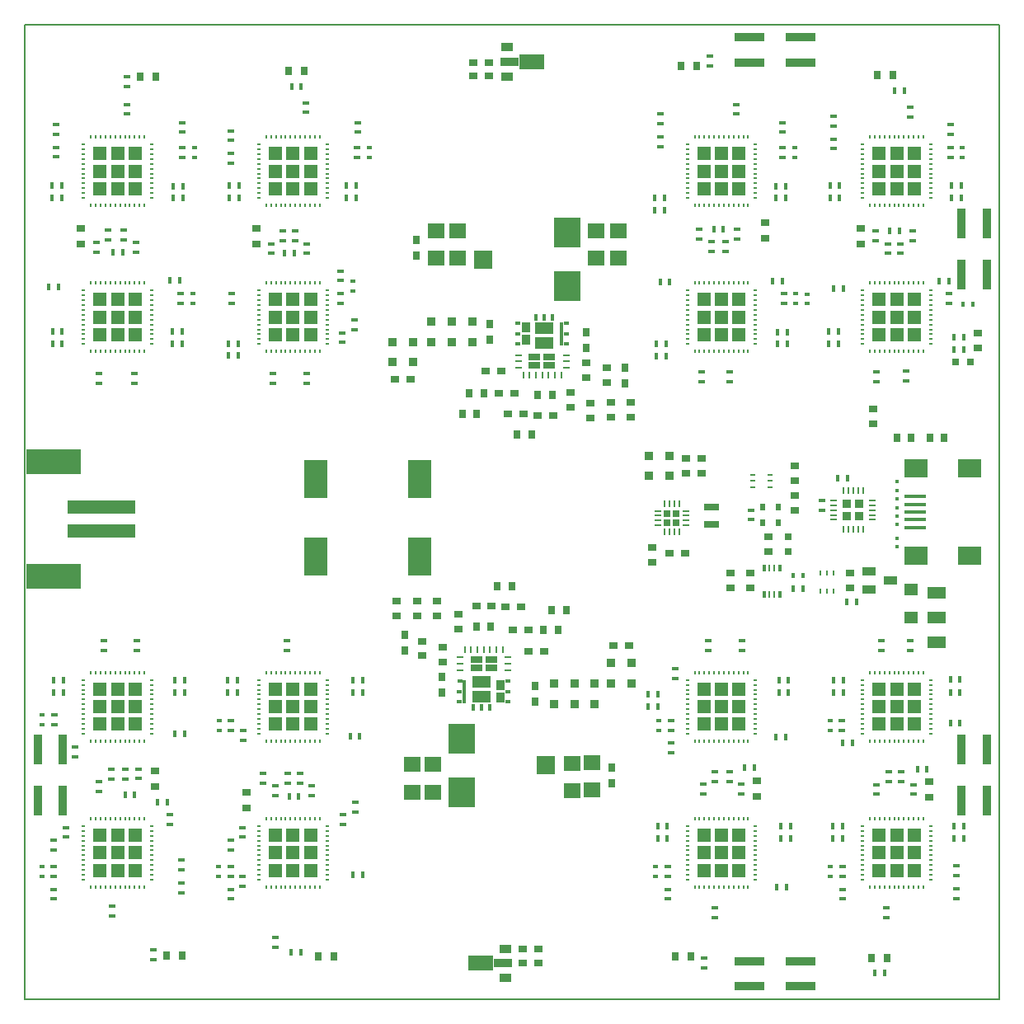
<source format=gtp>
G04 (created by PCBNEW (2013-05-16 BZR 4016)-stable) date 5. 1. 2014 18:11:25*
%MOIN*%
G04 Gerber Fmt 3.4, Leading zero omitted, Abs format*
%FSLAX34Y34*%
G01*
G70*
G90*
G04 APERTURE LIST*
%ADD10C,0.00590551*%
%ADD11R,0.218504X0.102362*%
%ADD12R,0.273622X0.0531496*%
%ADD13R,0.023622X0.0314961*%
%ADD14R,0.0688315X0.0609315*%
%ADD15R,0.0865315X0.0176315*%
%ADD16R,0.0964315X0.0767315*%
%ADD17R,0.0240157X0.00984252*%
%ADD18R,0.0767717X0.0480315*%
%ADD19R,0.0216315X0.0137315*%
%ADD20R,0.124016X0.0374016*%
%ADD21R,0.0374016X0.124016*%
%ADD22R,0.0176315X0.0098315*%
%ADD23R,0.0098315X0.0176315*%
%ADD24R,0.0570866X0.0570866*%
%ADD25R,0.0098315X0.0275315*%
%ADD26R,0.0275315X0.0098315*%
%ADD27R,0.0255906X0.0255906*%
%ADD28R,0.0098315X0.0255315*%
%ADD29R,0.0255315X0.0098315*%
%ADD30R,0.0216535X0.0149606*%
%ADD31R,0.0149606X0.0255906*%
%ADD32R,0.0452756X0.0255906*%
%ADD33R,0.075748X0.0468504*%
%ADD34R,0.0334646X0.0433071*%
%ADD35R,0.0129921X0.096063*%
%ADD36R,0.00984252X0.0240157*%
%ADD37R,0.0177165X0.0177165*%
%ADD38R,0.0492126X0.0334646*%
%ADD39R,0.0728346X0.0334646*%
%ADD40R,0.104331X0.0649606*%
%ADD41R,0.0137795X0.0275591*%
%ADD42R,0.00984252X0.0275591*%
%ADD43R,0.0531496X0.0374016*%
%ADD44R,0.0295276X0.0295276*%
%ADD45R,0.0531496X0.0492126*%
%ADD46R,0.0728346X0.0767717*%
%ADD47R,0.108268X0.120079*%
%ADD48R,0.0610236X0.0295276*%
%ADD49R,0.0295276X0.0374016*%
%ADD50R,0.0374016X0.0295276*%
%ADD51R,0.0964567X0.155512*%
%ADD52R,0.0295276X0.0334646*%
%ADD53R,0.0334646X0.0295276*%
%ADD54R,0.0374016X0.0374016*%
%ADD55R,0.0334646X0.0255906*%
%ADD56R,0.0255906X0.0334646*%
%ADD57R,0.0255906X0.0177165*%
%ADD58R,0.0177165X0.0255906*%
%ADD59R,0.0216535X0.0177165*%
%ADD60R,0.0177165X0.0216535*%
%ADD61R,0.00984252X0.0295276*%
%ADD62R,0.0295276X0.00984252*%
%ADD63R,0.0295315X0.00984252*%
G04 APERTURE END LIST*
G54D10*
X38779Y-61023D02*
X78149Y-61023D01*
X78149Y-61023D02*
X78149Y-21653D01*
X78149Y-21653D02*
X38779Y-21653D01*
X38779Y-21653D02*
X38779Y-61023D01*
G54D11*
X39940Y-43937D03*
X39940Y-39311D03*
G54D12*
X41870Y-41131D03*
X41870Y-42116D03*
G54D13*
X69242Y-41151D03*
X68592Y-41151D03*
X69242Y-41761D03*
X68592Y-41761D03*
G54D14*
X56279Y-29960D03*
X56279Y-31062D03*
X55413Y-29960D03*
X55413Y-31062D03*
X61850Y-29980D03*
X61850Y-31082D03*
X62775Y-29980D03*
X62775Y-31082D03*
X60885Y-52607D03*
X60885Y-51505D03*
X61712Y-52587D03*
X61712Y-51485D03*
X55275Y-52657D03*
X55275Y-51555D03*
X54429Y-52657D03*
X54429Y-51555D03*
G54D15*
X74763Y-41338D03*
X74763Y-41652D03*
X74763Y-41967D03*
X74763Y-41024D03*
X74763Y-40709D03*
G54D16*
X74803Y-43089D03*
X74803Y-39587D03*
X76948Y-43089D03*
X76948Y-39587D03*
G54D17*
X68905Y-40334D03*
X68181Y-40078D03*
X68905Y-39822D03*
X68905Y-40078D03*
X68181Y-39822D03*
X68181Y-40334D03*
G54D18*
X75629Y-45610D03*
X75629Y-46614D03*
X75629Y-44606D03*
G54D19*
X70403Y-32539D03*
X70403Y-32893D03*
G54D20*
X68051Y-23159D03*
X68051Y-22155D03*
X70137Y-22155D03*
X70137Y-23159D03*
G54D21*
X76643Y-29665D03*
X77647Y-29665D03*
X77647Y-31751D03*
X76643Y-31751D03*
X76643Y-50925D03*
X77647Y-50925D03*
X77647Y-53011D03*
X76643Y-53011D03*
G54D20*
X70137Y-59517D03*
X70137Y-60521D03*
X68051Y-60521D03*
X68051Y-59517D03*
G54D22*
X43896Y-26477D03*
X43896Y-26674D03*
X43896Y-26871D03*
X43896Y-27067D03*
X43896Y-27264D03*
X43896Y-27461D03*
X43896Y-27657D03*
X43896Y-27854D03*
X43896Y-28051D03*
X43896Y-28247D03*
X43896Y-28444D03*
X43896Y-28641D03*
G54D23*
X43601Y-28936D03*
X43404Y-28936D03*
X43207Y-28936D03*
X43011Y-28936D03*
X42814Y-28936D03*
X42617Y-28936D03*
X42421Y-28936D03*
X42224Y-28936D03*
X42027Y-28936D03*
X41831Y-28936D03*
X41634Y-28936D03*
X41437Y-28936D03*
G54D22*
X41142Y-28641D03*
X41142Y-28444D03*
X41142Y-28247D03*
X41142Y-28051D03*
X41142Y-27854D03*
X41142Y-27657D03*
X41142Y-27461D03*
X41142Y-27264D03*
X41142Y-27067D03*
X41142Y-26871D03*
X41142Y-26674D03*
X41142Y-26477D03*
G54D23*
X41437Y-26182D03*
X41634Y-26182D03*
X41831Y-26182D03*
X42027Y-26182D03*
X42224Y-26182D03*
X42421Y-26182D03*
X42617Y-26182D03*
X42814Y-26182D03*
X43011Y-26182D03*
X43207Y-26182D03*
X43404Y-26182D03*
X43601Y-26182D03*
G54D24*
X41811Y-26850D03*
X42519Y-26850D03*
X43228Y-26850D03*
X41811Y-27559D03*
X42519Y-27559D03*
X43228Y-27559D03*
X41811Y-28267D03*
X42519Y-28267D03*
X43228Y-28267D03*
G54D22*
X43896Y-32382D03*
X43896Y-32579D03*
X43896Y-32776D03*
X43896Y-32972D03*
X43896Y-33169D03*
X43896Y-33366D03*
X43896Y-33562D03*
X43896Y-33759D03*
X43896Y-33956D03*
X43896Y-34152D03*
X43896Y-34349D03*
X43896Y-34546D03*
G54D23*
X43601Y-34841D03*
X43404Y-34841D03*
X43207Y-34841D03*
X43011Y-34841D03*
X42814Y-34841D03*
X42617Y-34841D03*
X42421Y-34841D03*
X42224Y-34841D03*
X42027Y-34841D03*
X41831Y-34841D03*
X41634Y-34841D03*
X41437Y-34841D03*
G54D22*
X41142Y-34546D03*
X41142Y-34349D03*
X41142Y-34152D03*
X41142Y-33956D03*
X41142Y-33759D03*
X41142Y-33562D03*
X41142Y-33366D03*
X41142Y-33169D03*
X41142Y-32972D03*
X41142Y-32776D03*
X41142Y-32579D03*
X41142Y-32382D03*
G54D23*
X41437Y-32087D03*
X41634Y-32087D03*
X41831Y-32087D03*
X42027Y-32087D03*
X42224Y-32087D03*
X42421Y-32087D03*
X42617Y-32087D03*
X42814Y-32087D03*
X43011Y-32087D03*
X43207Y-32087D03*
X43404Y-32087D03*
X43601Y-32087D03*
G54D24*
X41811Y-32755D03*
X42519Y-32755D03*
X43228Y-32755D03*
X41811Y-33464D03*
X42519Y-33464D03*
X43228Y-33464D03*
X41811Y-34173D03*
X42519Y-34173D03*
X43228Y-34173D03*
G54D22*
X50983Y-32382D03*
X50983Y-32579D03*
X50983Y-32776D03*
X50983Y-32972D03*
X50983Y-33169D03*
X50983Y-33366D03*
X50983Y-33562D03*
X50983Y-33759D03*
X50983Y-33956D03*
X50983Y-34152D03*
X50983Y-34349D03*
X50983Y-34546D03*
G54D23*
X50688Y-34841D03*
X50491Y-34841D03*
X50294Y-34841D03*
X50098Y-34841D03*
X49901Y-34841D03*
X49704Y-34841D03*
X49508Y-34841D03*
X49311Y-34841D03*
X49114Y-34841D03*
X48918Y-34841D03*
X48721Y-34841D03*
X48524Y-34841D03*
G54D22*
X48229Y-34546D03*
X48229Y-34349D03*
X48229Y-34152D03*
X48229Y-33956D03*
X48229Y-33759D03*
X48229Y-33562D03*
X48229Y-33366D03*
X48229Y-33169D03*
X48229Y-32972D03*
X48229Y-32776D03*
X48229Y-32579D03*
X48229Y-32382D03*
G54D23*
X48524Y-32087D03*
X48721Y-32087D03*
X48918Y-32087D03*
X49114Y-32087D03*
X49311Y-32087D03*
X49508Y-32087D03*
X49704Y-32087D03*
X49901Y-32087D03*
X50098Y-32087D03*
X50294Y-32087D03*
X50491Y-32087D03*
X50688Y-32087D03*
G54D24*
X48897Y-32755D03*
X49606Y-32755D03*
X50314Y-32755D03*
X48897Y-33464D03*
X49606Y-33464D03*
X50314Y-33464D03*
X48897Y-34173D03*
X49606Y-34173D03*
X50314Y-34173D03*
G54D22*
X50983Y-26477D03*
X50983Y-26674D03*
X50983Y-26871D03*
X50983Y-27067D03*
X50983Y-27264D03*
X50983Y-27461D03*
X50983Y-27657D03*
X50983Y-27854D03*
X50983Y-28051D03*
X50983Y-28247D03*
X50983Y-28444D03*
X50983Y-28641D03*
G54D23*
X50688Y-28936D03*
X50491Y-28936D03*
X50294Y-28936D03*
X50098Y-28936D03*
X49901Y-28936D03*
X49704Y-28936D03*
X49508Y-28936D03*
X49311Y-28936D03*
X49114Y-28936D03*
X48918Y-28936D03*
X48721Y-28936D03*
X48524Y-28936D03*
G54D22*
X48229Y-28641D03*
X48229Y-28444D03*
X48229Y-28247D03*
X48229Y-28051D03*
X48229Y-27854D03*
X48229Y-27657D03*
X48229Y-27461D03*
X48229Y-27264D03*
X48229Y-27067D03*
X48229Y-26871D03*
X48229Y-26674D03*
X48229Y-26477D03*
G54D23*
X48524Y-26182D03*
X48721Y-26182D03*
X48918Y-26182D03*
X49114Y-26182D03*
X49311Y-26182D03*
X49508Y-26182D03*
X49704Y-26182D03*
X49901Y-26182D03*
X50098Y-26182D03*
X50294Y-26182D03*
X50491Y-26182D03*
X50688Y-26182D03*
G54D24*
X48897Y-26850D03*
X49606Y-26850D03*
X50314Y-26850D03*
X48897Y-27559D03*
X49606Y-27559D03*
X50314Y-27559D03*
X48897Y-28267D03*
X49606Y-28267D03*
X50314Y-28267D03*
G54D22*
X41142Y-50294D03*
X41142Y-50097D03*
X41142Y-49900D03*
X41142Y-49704D03*
X41142Y-49507D03*
X41142Y-49310D03*
X41142Y-49114D03*
X41142Y-48917D03*
X41142Y-48720D03*
X41142Y-48524D03*
X41142Y-48327D03*
X41142Y-48130D03*
G54D23*
X41437Y-47835D03*
X41634Y-47835D03*
X41831Y-47835D03*
X42027Y-47835D03*
X42224Y-47835D03*
X42421Y-47835D03*
X42617Y-47835D03*
X42814Y-47835D03*
X43011Y-47835D03*
X43207Y-47835D03*
X43404Y-47835D03*
X43601Y-47835D03*
G54D22*
X43896Y-48130D03*
X43896Y-48327D03*
X43896Y-48524D03*
X43896Y-48720D03*
X43896Y-48917D03*
X43896Y-49114D03*
X43896Y-49310D03*
X43896Y-49507D03*
X43896Y-49704D03*
X43896Y-49900D03*
X43896Y-50097D03*
X43896Y-50294D03*
G54D23*
X43601Y-50589D03*
X43404Y-50589D03*
X43207Y-50589D03*
X43011Y-50589D03*
X42814Y-50589D03*
X42617Y-50589D03*
X42421Y-50589D03*
X42224Y-50589D03*
X42027Y-50589D03*
X41831Y-50589D03*
X41634Y-50589D03*
X41437Y-50589D03*
G54D24*
X43228Y-49921D03*
X42519Y-49921D03*
X41811Y-49921D03*
X43228Y-49212D03*
X42519Y-49212D03*
X41811Y-49212D03*
X43228Y-48503D03*
X42519Y-48503D03*
X41811Y-48503D03*
G54D22*
X41142Y-56200D03*
X41142Y-56003D03*
X41142Y-55806D03*
X41142Y-55610D03*
X41142Y-55413D03*
X41142Y-55216D03*
X41142Y-55020D03*
X41142Y-54823D03*
X41142Y-54626D03*
X41142Y-54430D03*
X41142Y-54233D03*
X41142Y-54036D03*
G54D23*
X41437Y-53741D03*
X41634Y-53741D03*
X41831Y-53741D03*
X42027Y-53741D03*
X42224Y-53741D03*
X42421Y-53741D03*
X42617Y-53741D03*
X42814Y-53741D03*
X43011Y-53741D03*
X43207Y-53741D03*
X43404Y-53741D03*
X43601Y-53741D03*
G54D22*
X43896Y-54036D03*
X43896Y-54233D03*
X43896Y-54430D03*
X43896Y-54626D03*
X43896Y-54823D03*
X43896Y-55020D03*
X43896Y-55216D03*
X43896Y-55413D03*
X43896Y-55610D03*
X43896Y-55806D03*
X43896Y-56003D03*
X43896Y-56200D03*
G54D23*
X43601Y-56495D03*
X43404Y-56495D03*
X43207Y-56495D03*
X43011Y-56495D03*
X42814Y-56495D03*
X42617Y-56495D03*
X42421Y-56495D03*
X42224Y-56495D03*
X42027Y-56495D03*
X41831Y-56495D03*
X41634Y-56495D03*
X41437Y-56495D03*
G54D24*
X43228Y-55826D03*
X42519Y-55826D03*
X41811Y-55826D03*
X43228Y-55118D03*
X42519Y-55118D03*
X41811Y-55118D03*
X43228Y-54409D03*
X42519Y-54409D03*
X41811Y-54409D03*
G54D22*
X48229Y-56200D03*
X48229Y-56003D03*
X48229Y-55806D03*
X48229Y-55610D03*
X48229Y-55413D03*
X48229Y-55216D03*
X48229Y-55020D03*
X48229Y-54823D03*
X48229Y-54626D03*
X48229Y-54430D03*
X48229Y-54233D03*
X48229Y-54036D03*
G54D23*
X48524Y-53741D03*
X48721Y-53741D03*
X48918Y-53741D03*
X49114Y-53741D03*
X49311Y-53741D03*
X49508Y-53741D03*
X49704Y-53741D03*
X49901Y-53741D03*
X50098Y-53741D03*
X50294Y-53741D03*
X50491Y-53741D03*
X50688Y-53741D03*
G54D22*
X50983Y-54036D03*
X50983Y-54233D03*
X50983Y-54430D03*
X50983Y-54626D03*
X50983Y-54823D03*
X50983Y-55020D03*
X50983Y-55216D03*
X50983Y-55413D03*
X50983Y-55610D03*
X50983Y-55806D03*
X50983Y-56003D03*
X50983Y-56200D03*
G54D23*
X50688Y-56495D03*
X50491Y-56495D03*
X50294Y-56495D03*
X50098Y-56495D03*
X49901Y-56495D03*
X49704Y-56495D03*
X49508Y-56495D03*
X49311Y-56495D03*
X49114Y-56495D03*
X48918Y-56495D03*
X48721Y-56495D03*
X48524Y-56495D03*
G54D24*
X50314Y-55826D03*
X49606Y-55826D03*
X48897Y-55826D03*
X50314Y-55118D03*
X49606Y-55118D03*
X48897Y-55118D03*
X50314Y-54409D03*
X49606Y-54409D03*
X48897Y-54409D03*
G54D22*
X48229Y-50294D03*
X48229Y-50097D03*
X48229Y-49900D03*
X48229Y-49704D03*
X48229Y-49507D03*
X48229Y-49310D03*
X48229Y-49114D03*
X48229Y-48917D03*
X48229Y-48720D03*
X48229Y-48524D03*
X48229Y-48327D03*
X48229Y-48130D03*
G54D23*
X48524Y-47835D03*
X48721Y-47835D03*
X48918Y-47835D03*
X49114Y-47835D03*
X49311Y-47835D03*
X49508Y-47835D03*
X49704Y-47835D03*
X49901Y-47835D03*
X50098Y-47835D03*
X50294Y-47835D03*
X50491Y-47835D03*
X50688Y-47835D03*
G54D22*
X50983Y-48130D03*
X50983Y-48327D03*
X50983Y-48524D03*
X50983Y-48720D03*
X50983Y-48917D03*
X50983Y-49114D03*
X50983Y-49310D03*
X50983Y-49507D03*
X50983Y-49704D03*
X50983Y-49900D03*
X50983Y-50097D03*
X50983Y-50294D03*
G54D23*
X50688Y-50589D03*
X50491Y-50589D03*
X50294Y-50589D03*
X50098Y-50589D03*
X49901Y-50589D03*
X49704Y-50589D03*
X49508Y-50589D03*
X49311Y-50589D03*
X49114Y-50589D03*
X48918Y-50589D03*
X48721Y-50589D03*
X48524Y-50589D03*
G54D24*
X50314Y-49921D03*
X49606Y-49921D03*
X48897Y-49921D03*
X50314Y-49212D03*
X49606Y-49212D03*
X48897Y-49212D03*
X50314Y-48503D03*
X49606Y-48503D03*
X48897Y-48503D03*
G54D22*
X65552Y-50294D03*
X65552Y-50097D03*
X65552Y-49900D03*
X65552Y-49704D03*
X65552Y-49507D03*
X65552Y-49310D03*
X65552Y-49114D03*
X65552Y-48917D03*
X65552Y-48720D03*
X65552Y-48524D03*
X65552Y-48327D03*
X65552Y-48130D03*
G54D23*
X65847Y-47835D03*
X66044Y-47835D03*
X66241Y-47835D03*
X66437Y-47835D03*
X66634Y-47835D03*
X66831Y-47835D03*
X67027Y-47835D03*
X67224Y-47835D03*
X67421Y-47835D03*
X67617Y-47835D03*
X67814Y-47835D03*
X68011Y-47835D03*
G54D22*
X68306Y-48130D03*
X68306Y-48327D03*
X68306Y-48524D03*
X68306Y-48720D03*
X68306Y-48917D03*
X68306Y-49114D03*
X68306Y-49310D03*
X68306Y-49507D03*
X68306Y-49704D03*
X68306Y-49900D03*
X68306Y-50097D03*
X68306Y-50294D03*
G54D23*
X68011Y-50589D03*
X67814Y-50589D03*
X67617Y-50589D03*
X67421Y-50589D03*
X67224Y-50589D03*
X67027Y-50589D03*
X66831Y-50589D03*
X66634Y-50589D03*
X66437Y-50589D03*
X66241Y-50589D03*
X66044Y-50589D03*
X65847Y-50589D03*
G54D24*
X67637Y-49921D03*
X66929Y-49921D03*
X66220Y-49921D03*
X67637Y-49212D03*
X66929Y-49212D03*
X66220Y-49212D03*
X67637Y-48503D03*
X66929Y-48503D03*
X66220Y-48503D03*
G54D22*
X65552Y-56200D03*
X65552Y-56003D03*
X65552Y-55806D03*
X65552Y-55610D03*
X65552Y-55413D03*
X65552Y-55216D03*
X65552Y-55020D03*
X65552Y-54823D03*
X65552Y-54626D03*
X65552Y-54430D03*
X65552Y-54233D03*
X65552Y-54036D03*
G54D23*
X65847Y-53741D03*
X66044Y-53741D03*
X66241Y-53741D03*
X66437Y-53741D03*
X66634Y-53741D03*
X66831Y-53741D03*
X67027Y-53741D03*
X67224Y-53741D03*
X67421Y-53741D03*
X67617Y-53741D03*
X67814Y-53741D03*
X68011Y-53741D03*
G54D22*
X68306Y-54036D03*
X68306Y-54233D03*
X68306Y-54430D03*
X68306Y-54626D03*
X68306Y-54823D03*
X68306Y-55020D03*
X68306Y-55216D03*
X68306Y-55413D03*
X68306Y-55610D03*
X68306Y-55806D03*
X68306Y-56003D03*
X68306Y-56200D03*
G54D23*
X68011Y-56495D03*
X67814Y-56495D03*
X67617Y-56495D03*
X67421Y-56495D03*
X67224Y-56495D03*
X67027Y-56495D03*
X66831Y-56495D03*
X66634Y-56495D03*
X66437Y-56495D03*
X66241Y-56495D03*
X66044Y-56495D03*
X65847Y-56495D03*
G54D24*
X67637Y-55826D03*
X66929Y-55826D03*
X66220Y-55826D03*
X67637Y-55118D03*
X66929Y-55118D03*
X66220Y-55118D03*
X67637Y-54409D03*
X66929Y-54409D03*
X66220Y-54409D03*
G54D22*
X72638Y-56200D03*
X72638Y-56003D03*
X72638Y-55806D03*
X72638Y-55610D03*
X72638Y-55413D03*
X72638Y-55216D03*
X72638Y-55020D03*
X72638Y-54823D03*
X72638Y-54626D03*
X72638Y-54430D03*
X72638Y-54233D03*
X72638Y-54036D03*
G54D23*
X72933Y-53741D03*
X73130Y-53741D03*
X73327Y-53741D03*
X73523Y-53741D03*
X73720Y-53741D03*
X73917Y-53741D03*
X74113Y-53741D03*
X74310Y-53741D03*
X74507Y-53741D03*
X74703Y-53741D03*
X74900Y-53741D03*
X75097Y-53741D03*
G54D22*
X75392Y-54036D03*
X75392Y-54233D03*
X75392Y-54430D03*
X75392Y-54626D03*
X75392Y-54823D03*
X75392Y-55020D03*
X75392Y-55216D03*
X75392Y-55413D03*
X75392Y-55610D03*
X75392Y-55806D03*
X75392Y-56003D03*
X75392Y-56200D03*
G54D23*
X75097Y-56495D03*
X74900Y-56495D03*
X74703Y-56495D03*
X74507Y-56495D03*
X74310Y-56495D03*
X74113Y-56495D03*
X73917Y-56495D03*
X73720Y-56495D03*
X73523Y-56495D03*
X73327Y-56495D03*
X73130Y-56495D03*
X72933Y-56495D03*
G54D24*
X74724Y-55826D03*
X74015Y-55826D03*
X73307Y-55826D03*
X74724Y-55118D03*
X74015Y-55118D03*
X73307Y-55118D03*
X74724Y-54409D03*
X74015Y-54409D03*
X73307Y-54409D03*
G54D22*
X72638Y-50294D03*
X72638Y-50097D03*
X72638Y-49900D03*
X72638Y-49704D03*
X72638Y-49507D03*
X72638Y-49310D03*
X72638Y-49114D03*
X72638Y-48917D03*
X72638Y-48720D03*
X72638Y-48524D03*
X72638Y-48327D03*
X72638Y-48130D03*
G54D23*
X72933Y-47835D03*
X73130Y-47835D03*
X73327Y-47835D03*
X73523Y-47835D03*
X73720Y-47835D03*
X73917Y-47835D03*
X74113Y-47835D03*
X74310Y-47835D03*
X74507Y-47835D03*
X74703Y-47835D03*
X74900Y-47835D03*
X75097Y-47835D03*
G54D22*
X75392Y-48130D03*
X75392Y-48327D03*
X75392Y-48524D03*
X75392Y-48720D03*
X75392Y-48917D03*
X75392Y-49114D03*
X75392Y-49310D03*
X75392Y-49507D03*
X75392Y-49704D03*
X75392Y-49900D03*
X75392Y-50097D03*
X75392Y-50294D03*
G54D23*
X75097Y-50589D03*
X74900Y-50589D03*
X74703Y-50589D03*
X74507Y-50589D03*
X74310Y-50589D03*
X74113Y-50589D03*
X73917Y-50589D03*
X73720Y-50589D03*
X73523Y-50589D03*
X73327Y-50589D03*
X73130Y-50589D03*
X72933Y-50589D03*
G54D24*
X74724Y-49921D03*
X74015Y-49921D03*
X73307Y-49921D03*
X74724Y-49212D03*
X74015Y-49212D03*
X73307Y-49212D03*
X74724Y-48503D03*
X74015Y-48503D03*
X73307Y-48503D03*
G54D22*
X75392Y-32382D03*
X75392Y-32579D03*
X75392Y-32776D03*
X75392Y-32972D03*
X75392Y-33169D03*
X75392Y-33366D03*
X75392Y-33562D03*
X75392Y-33759D03*
X75392Y-33956D03*
X75392Y-34152D03*
X75392Y-34349D03*
X75392Y-34546D03*
G54D23*
X75097Y-34841D03*
X74900Y-34841D03*
X74703Y-34841D03*
X74507Y-34841D03*
X74310Y-34841D03*
X74113Y-34841D03*
X73917Y-34841D03*
X73720Y-34841D03*
X73523Y-34841D03*
X73327Y-34841D03*
X73130Y-34841D03*
X72933Y-34841D03*
G54D22*
X72638Y-34546D03*
X72638Y-34349D03*
X72638Y-34152D03*
X72638Y-33956D03*
X72638Y-33759D03*
X72638Y-33562D03*
X72638Y-33366D03*
X72638Y-33169D03*
X72638Y-32972D03*
X72638Y-32776D03*
X72638Y-32579D03*
X72638Y-32382D03*
G54D23*
X72933Y-32087D03*
X73130Y-32087D03*
X73327Y-32087D03*
X73523Y-32087D03*
X73720Y-32087D03*
X73917Y-32087D03*
X74113Y-32087D03*
X74310Y-32087D03*
X74507Y-32087D03*
X74703Y-32087D03*
X74900Y-32087D03*
X75097Y-32087D03*
G54D24*
X73307Y-32755D03*
X74015Y-32755D03*
X74724Y-32755D03*
X73307Y-33464D03*
X74015Y-33464D03*
X74724Y-33464D03*
X73307Y-34173D03*
X74015Y-34173D03*
X74724Y-34173D03*
G54D22*
X75392Y-26477D03*
X75392Y-26674D03*
X75392Y-26871D03*
X75392Y-27067D03*
X75392Y-27264D03*
X75392Y-27461D03*
X75392Y-27657D03*
X75392Y-27854D03*
X75392Y-28051D03*
X75392Y-28247D03*
X75392Y-28444D03*
X75392Y-28641D03*
G54D23*
X75097Y-28936D03*
X74900Y-28936D03*
X74703Y-28936D03*
X74507Y-28936D03*
X74310Y-28936D03*
X74113Y-28936D03*
X73917Y-28936D03*
X73720Y-28936D03*
X73523Y-28936D03*
X73327Y-28936D03*
X73130Y-28936D03*
X72933Y-28936D03*
G54D22*
X72638Y-28641D03*
X72638Y-28444D03*
X72638Y-28247D03*
X72638Y-28051D03*
X72638Y-27854D03*
X72638Y-27657D03*
X72638Y-27461D03*
X72638Y-27264D03*
X72638Y-27067D03*
X72638Y-26871D03*
X72638Y-26674D03*
X72638Y-26477D03*
G54D23*
X72933Y-26182D03*
X73130Y-26182D03*
X73327Y-26182D03*
X73523Y-26182D03*
X73720Y-26182D03*
X73917Y-26182D03*
X74113Y-26182D03*
X74310Y-26182D03*
X74507Y-26182D03*
X74703Y-26182D03*
X74900Y-26182D03*
X75097Y-26182D03*
G54D24*
X73307Y-26850D03*
X74015Y-26850D03*
X74724Y-26850D03*
X73307Y-27559D03*
X74015Y-27559D03*
X74724Y-27559D03*
X73307Y-28267D03*
X74015Y-28267D03*
X74724Y-28267D03*
G54D22*
X68306Y-26477D03*
X68306Y-26674D03*
X68306Y-26871D03*
X68306Y-27067D03*
X68306Y-27264D03*
X68306Y-27461D03*
X68306Y-27657D03*
X68306Y-27854D03*
X68306Y-28051D03*
X68306Y-28247D03*
X68306Y-28444D03*
X68306Y-28641D03*
G54D23*
X68011Y-28936D03*
X67814Y-28936D03*
X67617Y-28936D03*
X67421Y-28936D03*
X67224Y-28936D03*
X67027Y-28936D03*
X66831Y-28936D03*
X66634Y-28936D03*
X66437Y-28936D03*
X66241Y-28936D03*
X66044Y-28936D03*
X65847Y-28936D03*
G54D22*
X65552Y-28641D03*
X65552Y-28444D03*
X65552Y-28247D03*
X65552Y-28051D03*
X65552Y-27854D03*
X65552Y-27657D03*
X65552Y-27461D03*
X65552Y-27264D03*
X65552Y-27067D03*
X65552Y-26871D03*
X65552Y-26674D03*
X65552Y-26477D03*
G54D23*
X65847Y-26182D03*
X66044Y-26182D03*
X66241Y-26182D03*
X66437Y-26182D03*
X66634Y-26182D03*
X66831Y-26182D03*
X67027Y-26182D03*
X67224Y-26182D03*
X67421Y-26182D03*
X67617Y-26182D03*
X67814Y-26182D03*
X68011Y-26182D03*
G54D24*
X66220Y-26850D03*
X66929Y-26850D03*
X67637Y-26850D03*
X66220Y-27559D03*
X66929Y-27559D03*
X67637Y-27559D03*
X66220Y-28267D03*
X66929Y-28267D03*
X67637Y-28267D03*
G54D22*
X68306Y-32382D03*
X68306Y-32579D03*
X68306Y-32776D03*
X68306Y-32972D03*
X68306Y-33169D03*
X68306Y-33366D03*
X68306Y-33562D03*
X68306Y-33759D03*
X68306Y-33956D03*
X68306Y-34152D03*
X68306Y-34349D03*
X68306Y-34546D03*
G54D23*
X68011Y-34841D03*
X67814Y-34841D03*
X67617Y-34841D03*
X67421Y-34841D03*
X67224Y-34841D03*
X67027Y-34841D03*
X66831Y-34841D03*
X66634Y-34841D03*
X66437Y-34841D03*
X66241Y-34841D03*
X66044Y-34841D03*
X65847Y-34841D03*
G54D22*
X65552Y-34546D03*
X65552Y-34349D03*
X65552Y-34152D03*
X65552Y-33956D03*
X65552Y-33759D03*
X65552Y-33562D03*
X65552Y-33366D03*
X65552Y-33169D03*
X65552Y-32972D03*
X65552Y-32776D03*
X65552Y-32579D03*
X65552Y-32382D03*
G54D23*
X65847Y-32087D03*
X66044Y-32087D03*
X66241Y-32087D03*
X66437Y-32087D03*
X66634Y-32087D03*
X66831Y-32087D03*
X67027Y-32087D03*
X67224Y-32087D03*
X67421Y-32087D03*
X67617Y-32087D03*
X67814Y-32087D03*
X68011Y-32087D03*
G54D24*
X66220Y-32755D03*
X66929Y-32755D03*
X67637Y-32755D03*
X66220Y-33464D03*
X66929Y-33464D03*
X67637Y-33464D03*
X66220Y-34173D03*
X66929Y-34173D03*
X67637Y-34173D03*
G54D25*
X65214Y-41015D03*
X65017Y-41015D03*
X64821Y-41015D03*
X64624Y-41015D03*
G54D26*
X64349Y-41290D03*
X64349Y-41487D03*
X64349Y-41683D03*
X64349Y-41880D03*
G54D25*
X64624Y-42155D03*
X64821Y-42155D03*
X65017Y-42155D03*
X65214Y-42155D03*
G54D26*
X65489Y-41880D03*
X65489Y-41683D03*
X65489Y-41487D03*
X65489Y-41290D03*
G54D27*
X65096Y-41408D03*
X65096Y-41763D03*
X64742Y-41408D03*
X64742Y-41763D03*
G54D28*
X58917Y-35816D03*
X59173Y-35816D03*
X59429Y-35816D03*
X59685Y-35816D03*
X59940Y-35816D03*
X60196Y-35816D03*
X60452Y-35816D03*
G54D29*
X60649Y-35501D03*
X60649Y-35245D03*
X60649Y-34989D03*
X58721Y-35501D03*
X58721Y-35245D03*
X58721Y-34989D03*
G54D30*
X58700Y-33710D03*
X58700Y-34123D03*
X58700Y-34536D03*
X60669Y-33710D03*
X60669Y-34123D03*
X60659Y-34536D03*
G54D31*
X59773Y-33483D03*
X59438Y-33483D03*
X60108Y-33483D03*
G54D32*
X59960Y-35078D03*
X59370Y-35078D03*
X59370Y-35412D03*
X59960Y-35412D03*
G54D33*
X59773Y-34517D03*
X59773Y-33906D03*
G54D34*
X59025Y-34379D03*
X59025Y-33867D03*
G54D35*
X60472Y-34123D03*
G54D28*
X58089Y-46902D03*
X57833Y-46902D03*
X57577Y-46902D03*
X57322Y-46902D03*
X57066Y-46902D03*
X56810Y-46902D03*
X56554Y-46902D03*
G54D29*
X56358Y-47218D03*
X56358Y-47474D03*
X56358Y-47730D03*
X58286Y-47218D03*
X58286Y-47474D03*
X58286Y-47730D03*
G54D30*
X58306Y-49008D03*
X58306Y-48595D03*
X58306Y-48182D03*
X56337Y-49008D03*
X56337Y-48595D03*
X56347Y-48182D03*
G54D31*
X57233Y-49235D03*
X57568Y-49235D03*
X56898Y-49235D03*
G54D32*
X57046Y-47640D03*
X57636Y-47640D03*
X57636Y-47306D03*
X57046Y-47306D03*
G54D33*
X57233Y-48201D03*
X57233Y-48812D03*
G54D34*
X57981Y-48339D03*
X57981Y-48851D03*
G54D35*
X56534Y-48595D03*
G54D21*
X40285Y-53011D03*
X39281Y-53011D03*
X39281Y-50925D03*
X40285Y-50925D03*
G54D36*
X70944Y-44545D03*
X71200Y-43820D03*
X71456Y-44545D03*
X71200Y-44545D03*
X71456Y-43820D03*
X70944Y-43820D03*
G54D37*
X74025Y-41496D03*
X74025Y-41850D03*
X74025Y-40807D03*
X74025Y-41161D03*
X74035Y-42401D03*
X74035Y-42755D03*
X74025Y-40118D03*
X74025Y-40472D03*
G54D38*
X58263Y-22542D03*
G54D39*
X58361Y-23133D03*
G54D38*
X58263Y-23724D03*
G54D40*
X59248Y-23133D03*
G54D38*
X58188Y-60177D03*
G54D39*
X58090Y-59586D03*
G54D38*
X58188Y-58995D03*
G54D40*
X57204Y-59586D03*
G54D41*
X69291Y-44685D03*
X68661Y-44685D03*
G54D42*
X68877Y-44685D03*
X69074Y-44685D03*
X69074Y-43602D03*
X68877Y-43602D03*
G54D41*
X68661Y-43602D03*
X69291Y-43602D03*
G54D43*
X72883Y-43740D03*
X72883Y-44488D03*
X73750Y-44104D03*
G54D44*
X69616Y-42352D03*
X69616Y-42942D03*
X76407Y-35275D03*
X76998Y-35275D03*
G54D45*
X74596Y-45600D03*
X74596Y-44458D03*
G54D46*
X57290Y-31123D03*
G54D47*
X60696Y-32205D03*
X60696Y-30040D03*
G54D46*
X59838Y-51588D03*
G54D47*
X56432Y-50505D03*
X56432Y-52670D03*
G54D48*
X66525Y-41840D03*
X66525Y-41131D03*
G54D49*
X44074Y-23740D03*
X43444Y-23740D03*
X50068Y-23494D03*
X49438Y-23494D03*
G54D50*
X48139Y-29881D03*
X48139Y-30511D03*
X41023Y-29862D03*
X41023Y-30492D03*
X44015Y-52431D03*
X44015Y-51801D03*
X47746Y-53307D03*
X47746Y-52677D03*
G54D49*
X45127Y-59261D03*
X44498Y-59261D03*
X51259Y-59320D03*
X50629Y-59320D03*
X65078Y-59301D03*
X65708Y-59301D03*
X73011Y-59360D03*
X73641Y-59360D03*
G54D50*
X68366Y-52844D03*
X68366Y-52214D03*
X75324Y-52874D03*
X75324Y-52244D03*
X68681Y-29645D03*
X68681Y-30275D03*
X72559Y-29862D03*
X72559Y-30492D03*
G54D49*
X65285Y-23307D03*
X65915Y-23307D03*
X73238Y-23661D03*
X73868Y-23661D03*
G54D51*
X50515Y-43141D03*
X50515Y-39992D03*
X54736Y-43141D03*
X54736Y-39992D03*
G54D52*
X59409Y-49015D03*
X59409Y-48385D03*
X57559Y-34370D03*
X57559Y-33740D03*
G54D53*
X53740Y-35984D03*
X54370Y-35984D03*
X57539Y-23716D03*
X56909Y-23716D03*
X57539Y-23157D03*
X56909Y-23157D03*
X58897Y-58996D03*
X59527Y-58996D03*
X58897Y-59586D03*
X59527Y-59586D03*
X66122Y-39173D03*
X65492Y-39173D03*
X66122Y-39783D03*
X65492Y-39783D03*
X64842Y-43011D03*
X65472Y-43011D03*
X58204Y-45159D03*
X58833Y-45159D03*
X57644Y-45151D03*
X57015Y-45151D03*
G54D52*
X54114Y-46929D03*
X54114Y-46299D03*
X62500Y-52293D03*
X62500Y-51663D03*
G54D53*
X59118Y-46985D03*
X59747Y-46985D03*
X62559Y-46732D03*
X63188Y-46732D03*
X58507Y-46103D03*
X59136Y-46103D03*
G54D52*
X55645Y-48017D03*
X55645Y-48646D03*
G54D53*
X58936Y-37375D03*
X58307Y-37375D03*
X59511Y-37422D03*
X60140Y-37422D03*
G54D52*
X63031Y-35511D03*
X63031Y-36141D03*
X54606Y-30354D03*
X54606Y-30984D03*
G54D53*
X58038Y-35635D03*
X57409Y-35635D03*
X58573Y-36548D03*
X57944Y-36548D03*
G54D52*
X61464Y-34713D03*
X61464Y-34084D03*
G54D54*
X63996Y-39881D03*
X64822Y-39881D03*
X63996Y-39074D03*
X64822Y-39074D03*
X60157Y-48287D03*
X60157Y-49114D03*
X60984Y-48287D03*
X60984Y-49114D03*
X61811Y-48287D03*
X61811Y-49114D03*
X62460Y-48267D03*
X63287Y-48267D03*
X62460Y-47440D03*
X63287Y-47440D03*
X56850Y-34468D03*
X56850Y-33641D03*
X56023Y-34468D03*
X56023Y-33641D03*
X55196Y-34468D03*
X55196Y-33641D03*
X54468Y-34488D03*
X53641Y-34488D03*
X54468Y-35275D03*
X53641Y-35275D03*
G54D55*
X68110Y-43818D03*
X68110Y-44409D03*
X67312Y-43818D03*
X67312Y-44409D03*
X72145Y-43799D03*
X72145Y-44389D03*
X68818Y-42942D03*
X68818Y-42352D03*
X77283Y-34704D03*
X77283Y-34114D03*
X73051Y-37185D03*
X73051Y-37775D03*
G54D56*
X75354Y-38346D03*
X75944Y-38346D03*
X74606Y-38346D03*
X74015Y-38346D03*
G54D55*
X69911Y-39468D03*
X69911Y-40059D03*
X69911Y-40669D03*
X69911Y-41259D03*
X64133Y-42775D03*
X64133Y-43366D03*
X56303Y-45477D03*
X56303Y-46068D03*
X54830Y-47154D03*
X54830Y-46563D03*
X54633Y-45540D03*
X54633Y-44949D03*
G54D56*
X57857Y-44340D03*
X58448Y-44340D03*
G54D55*
X53811Y-44945D03*
X53811Y-45536D03*
X55440Y-45540D03*
X55440Y-44949D03*
X55653Y-46815D03*
X55653Y-47406D03*
G54D56*
X60062Y-45304D03*
X60653Y-45304D03*
X59723Y-46103D03*
X60314Y-46103D03*
X57606Y-45970D03*
X57015Y-45970D03*
G54D55*
X60834Y-37095D03*
X60834Y-36504D03*
X62307Y-35516D03*
X62307Y-36107D03*
X62464Y-36914D03*
X62464Y-37505D03*
G54D56*
X59259Y-38194D03*
X58668Y-38194D03*
G54D55*
X63267Y-37509D03*
X63267Y-36918D03*
X61645Y-36945D03*
X61645Y-37536D03*
X61456Y-35902D03*
X61456Y-35311D03*
G54D56*
X57043Y-37375D03*
X56452Y-37375D03*
X57322Y-36548D03*
X56731Y-36548D03*
X59503Y-36596D03*
X60094Y-36596D03*
G54D57*
X70994Y-40866D03*
X70994Y-41259D03*
G54D58*
X71988Y-44970D03*
X72381Y-44970D03*
X69832Y-44429D03*
X70226Y-44429D03*
G54D57*
X43366Y-51722D03*
X43366Y-52116D03*
G54D58*
X49448Y-52834D03*
X49842Y-52834D03*
G54D57*
X43966Y-59045D03*
X43966Y-59438D03*
G54D58*
X49931Y-59124D03*
X49537Y-59124D03*
X68248Y-51673D03*
X67854Y-51673D03*
X75246Y-51732D03*
X74852Y-51732D03*
G54D57*
X66220Y-59370D03*
X66220Y-59763D03*
G54D58*
X73523Y-59980D03*
X73129Y-59980D03*
X73740Y-29960D03*
X74133Y-29960D03*
X67007Y-29901D03*
X66614Y-29901D03*
X73946Y-24301D03*
X74340Y-24301D03*
G54D57*
X66456Y-23297D03*
X66456Y-22903D03*
G54D58*
X49665Y-30885D03*
X49271Y-30885D03*
X42342Y-30846D03*
X42736Y-30846D03*
X49547Y-24153D03*
X49940Y-24153D03*
G54D57*
X42913Y-23740D03*
X42913Y-24133D03*
X68129Y-41259D03*
X68129Y-41653D03*
G54D58*
X71624Y-39970D03*
X72017Y-39970D03*
G54D57*
X41948Y-46948D03*
X41948Y-46555D03*
X40797Y-50846D03*
X40797Y-51240D03*
G54D58*
X40314Y-48622D03*
X39921Y-48622D03*
X43208Y-52785D03*
X42814Y-52785D03*
X44842Y-48622D03*
X45236Y-48622D03*
X44842Y-50295D03*
X45236Y-50295D03*
G54D57*
X42834Y-51732D03*
X42834Y-52125D03*
X42263Y-51732D03*
X42263Y-52125D03*
X39970Y-49537D03*
X39970Y-49931D03*
G54D58*
X40314Y-48129D03*
X39921Y-48129D03*
X44842Y-48129D03*
X45236Y-48129D03*
X51919Y-50403D03*
X52312Y-50403D03*
X47362Y-48622D03*
X46968Y-48622D03*
G54D57*
X48405Y-51919D03*
X48405Y-52312D03*
X49350Y-46948D03*
X49350Y-46555D03*
G54D58*
X52027Y-48622D03*
X52421Y-48622D03*
G54D57*
X47598Y-50177D03*
X47598Y-50570D03*
X49881Y-51909D03*
X49881Y-52303D03*
X49389Y-51909D03*
X49389Y-52303D03*
X47106Y-49763D03*
X47106Y-50157D03*
G54D58*
X47362Y-48129D03*
X46968Y-48129D03*
X52027Y-48129D03*
X52421Y-48129D03*
G54D57*
X42283Y-57273D03*
X42283Y-57667D03*
X39940Y-56988D03*
X39940Y-56594D03*
X39940Y-55000D03*
X39940Y-54606D03*
X41771Y-52637D03*
X41771Y-52244D03*
G54D58*
X44124Y-53080D03*
X44517Y-53080D03*
G54D57*
X43287Y-46948D03*
X43287Y-46555D03*
X45098Y-56732D03*
X45098Y-56338D03*
X45098Y-55413D03*
X45098Y-55807D03*
X39940Y-55669D03*
X39940Y-56062D03*
X40433Y-54094D03*
X40433Y-54488D03*
X44622Y-53976D03*
X44622Y-53582D03*
G54D58*
X52037Y-56013D03*
X52431Y-56013D03*
G54D57*
X47086Y-56988D03*
X47086Y-56594D03*
X47086Y-55000D03*
X47086Y-54606D03*
X50374Y-52814D03*
X50374Y-52421D03*
X52125Y-53070D03*
X52125Y-53464D03*
X47578Y-56082D03*
X47578Y-56476D03*
X48897Y-52814D03*
X48897Y-52421D03*
X48887Y-58553D03*
X48887Y-58946D03*
X47086Y-55669D03*
X47086Y-56062D03*
X47578Y-54094D03*
X47578Y-54488D03*
X51633Y-53976D03*
X51633Y-53582D03*
X67736Y-52736D03*
X67736Y-52342D03*
G54D58*
X64350Y-48720D03*
X63956Y-48720D03*
G54D57*
X67775Y-46948D03*
X67775Y-46555D03*
X66397Y-46948D03*
X66397Y-46555D03*
G54D58*
X69251Y-48622D03*
X69645Y-48622D03*
G54D57*
X64901Y-51082D03*
X64901Y-50688D03*
X67263Y-51830D03*
X67263Y-52224D03*
X66673Y-51830D03*
X66673Y-52224D03*
X64901Y-49763D03*
X64901Y-50157D03*
X65078Y-48070D03*
X65078Y-47677D03*
G54D58*
X69251Y-48129D03*
X69645Y-48129D03*
G54D57*
X74704Y-52755D03*
X74704Y-52362D03*
X74547Y-46929D03*
X74547Y-46535D03*
G54D58*
X71850Y-48622D03*
X71456Y-48622D03*
G54D57*
X73405Y-46929D03*
X73405Y-46535D03*
G54D58*
X76181Y-48622D03*
X76574Y-48622D03*
X72234Y-50669D03*
X71840Y-50669D03*
G54D57*
X74212Y-51850D03*
X74212Y-52244D03*
X73700Y-51850D03*
X73700Y-52244D03*
X71811Y-49763D03*
X71811Y-50157D03*
G54D58*
X71850Y-48129D03*
X71456Y-48129D03*
X76181Y-48110D03*
X76574Y-48110D03*
X69163Y-56505D03*
X69557Y-56505D03*
X64350Y-49212D03*
X63956Y-49212D03*
X64744Y-54527D03*
X64350Y-54527D03*
G54D57*
X66181Y-52736D03*
X66181Y-52342D03*
G54D58*
X69330Y-54527D03*
X69724Y-54527D03*
G54D57*
X64763Y-56988D03*
X64763Y-56594D03*
G54D58*
X69143Y-50442D03*
X69537Y-50442D03*
G54D57*
X66649Y-57334D03*
X66649Y-57728D03*
X64763Y-55669D03*
X64763Y-56062D03*
G54D58*
X64744Y-54035D03*
X64350Y-54035D03*
X69330Y-54035D03*
X69724Y-54035D03*
G54D57*
X73610Y-57350D03*
X73610Y-57744D03*
X76417Y-56968D03*
X76417Y-56574D03*
G54D58*
X71830Y-54527D03*
X71437Y-54527D03*
G54D57*
X73208Y-52755D03*
X73208Y-52362D03*
G54D58*
X76338Y-54527D03*
X76732Y-54527D03*
G54D57*
X71830Y-56988D03*
X71830Y-56594D03*
X76417Y-55629D03*
X76417Y-56023D03*
G54D58*
X76181Y-49881D03*
X76574Y-49881D03*
G54D57*
X71830Y-55669D03*
X71830Y-56062D03*
G54D58*
X71830Y-54035D03*
X71437Y-54035D03*
X76338Y-54035D03*
X76732Y-54035D03*
G54D57*
X73188Y-35669D03*
X73188Y-36062D03*
G54D58*
X76338Y-34281D03*
X76732Y-34281D03*
G54D57*
X67263Y-35673D03*
X67263Y-36066D03*
X74397Y-35653D03*
X74397Y-36047D03*
G54D58*
X71653Y-34055D03*
X71259Y-34055D03*
G54D57*
X73661Y-30885D03*
X73661Y-30492D03*
X74173Y-30885D03*
X74173Y-30492D03*
G54D58*
X75728Y-32007D03*
X76122Y-32007D03*
G54D57*
X76141Y-32893D03*
X76141Y-32500D03*
G54D58*
X76338Y-34763D03*
X76732Y-34763D03*
X71653Y-34547D03*
X71259Y-34547D03*
X69192Y-34074D03*
X69586Y-34074D03*
X64842Y-32047D03*
X64448Y-32047D03*
G54D57*
X66043Y-29901D03*
X66043Y-30295D03*
G54D58*
X68996Y-32007D03*
X69389Y-32007D03*
X64685Y-35039D03*
X64291Y-35039D03*
G54D57*
X66122Y-35669D03*
X66122Y-36062D03*
X67086Y-30807D03*
X67086Y-30413D03*
X66535Y-30807D03*
X66535Y-30413D03*
X69448Y-32913D03*
X69448Y-32519D03*
G54D58*
X69192Y-34547D03*
X69586Y-34547D03*
X64685Y-34547D03*
X64291Y-34547D03*
G54D57*
X71456Y-26653D03*
X71456Y-26259D03*
X76181Y-25688D03*
X76181Y-26082D03*
G54D58*
X76240Y-28149D03*
X76633Y-28149D03*
G54D57*
X74665Y-29980D03*
X74665Y-30374D03*
G54D58*
X71712Y-28149D03*
X71318Y-28149D03*
G54D57*
X71456Y-25334D03*
X71456Y-25728D03*
X73169Y-29980D03*
X73169Y-30374D03*
X74551Y-25370D03*
X74551Y-24976D03*
X76181Y-27007D03*
X76181Y-26614D03*
G54D58*
X76240Y-28641D03*
X76633Y-28641D03*
X71712Y-28641D03*
X71318Y-28641D03*
G54D57*
X64468Y-25255D03*
X64468Y-25649D03*
G54D58*
X69133Y-28169D03*
X69527Y-28169D03*
G54D57*
X69409Y-25590D03*
X69409Y-25984D03*
X67578Y-29901D03*
X67578Y-30295D03*
G54D58*
X71860Y-32312D03*
X71466Y-32312D03*
X64625Y-29133D03*
X64232Y-29133D03*
G54D57*
X64468Y-26574D03*
X64468Y-26181D03*
X67519Y-25255D03*
X67519Y-24862D03*
X69389Y-27007D03*
X69389Y-26614D03*
G54D58*
X69133Y-28641D03*
X69527Y-28641D03*
X64625Y-28641D03*
X64232Y-28641D03*
G54D57*
X47125Y-32893D03*
X47125Y-32500D03*
X50177Y-30885D03*
X50177Y-30492D03*
X48740Y-30885D03*
X48740Y-30492D03*
X52086Y-33582D03*
X52086Y-33976D03*
X49192Y-29980D03*
X49192Y-30374D03*
X48799Y-35748D03*
X48799Y-36141D03*
G54D58*
X47401Y-35019D03*
X47007Y-35019D03*
G54D57*
X51535Y-31594D03*
X51535Y-31988D03*
X51535Y-32913D03*
X51535Y-32519D03*
X51594Y-34488D03*
X51594Y-34094D03*
G54D58*
X47401Y-34527D03*
X47007Y-34527D03*
G54D57*
X43208Y-35748D03*
X43208Y-36141D03*
X43259Y-30842D03*
X43259Y-30448D03*
X41653Y-30846D03*
X41653Y-30452D03*
G54D58*
X44744Y-34055D03*
X45137Y-34055D03*
G54D57*
X41771Y-35748D03*
X41771Y-36141D03*
G54D58*
X40275Y-34055D03*
X39881Y-34055D03*
X44645Y-31988D03*
X45039Y-31988D03*
X40127Y-32234D03*
X39734Y-32234D03*
G54D57*
X45059Y-32893D03*
X45059Y-32500D03*
G54D58*
X40275Y-34547D03*
X39881Y-34547D03*
X44744Y-34547D03*
X45137Y-34547D03*
G54D57*
X50137Y-25188D03*
X50137Y-24795D03*
X47106Y-27244D03*
X47106Y-26850D03*
X52224Y-25590D03*
X52224Y-25984D03*
X50149Y-35748D03*
X50149Y-36141D03*
G54D58*
X51771Y-28149D03*
X52165Y-28149D03*
G54D57*
X49685Y-29980D03*
X49685Y-30374D03*
X47106Y-25925D03*
X47106Y-26318D03*
G54D58*
X47421Y-28149D03*
X47027Y-28149D03*
G54D57*
X52204Y-27007D03*
X52204Y-26614D03*
G54D58*
X47421Y-28641D03*
X47027Y-28641D03*
X51771Y-28641D03*
X52165Y-28641D03*
G54D57*
X40039Y-26988D03*
X40039Y-26594D03*
X42145Y-29940D03*
X42145Y-30334D03*
X42775Y-29940D03*
X42775Y-30334D03*
G54D58*
X44763Y-28169D03*
X45157Y-28169D03*
G54D57*
X45137Y-25590D03*
X45137Y-25984D03*
G54D58*
X40255Y-28149D03*
X39862Y-28149D03*
G54D57*
X45137Y-27007D03*
X45137Y-26614D03*
G54D58*
X44763Y-28641D03*
X45157Y-28641D03*
G54D57*
X40039Y-25669D03*
X40039Y-26062D03*
X42905Y-25251D03*
X42905Y-24858D03*
G54D58*
X40255Y-28641D03*
X39862Y-28641D03*
G54D59*
X45629Y-27007D03*
X45629Y-26614D03*
X45551Y-32893D03*
X45551Y-32500D03*
X52027Y-32401D03*
X52027Y-32007D03*
X52696Y-27007D03*
X52696Y-26614D03*
X46614Y-49763D03*
X46614Y-50157D03*
X46594Y-55669D03*
X46594Y-56062D03*
X39448Y-55669D03*
X39448Y-56062D03*
X39478Y-49537D03*
X39478Y-49931D03*
G54D60*
X70216Y-43897D03*
X69822Y-43897D03*
G54D59*
X76673Y-27007D03*
X76673Y-26614D03*
G54D60*
X76692Y-32952D03*
X77086Y-32952D03*
G54D59*
X69921Y-32913D03*
X69921Y-32519D03*
X69881Y-27007D03*
X69881Y-26614D03*
X64409Y-49763D03*
X64409Y-50157D03*
X64271Y-55669D03*
X64271Y-56062D03*
X71338Y-55669D03*
X71338Y-56062D03*
X71318Y-49763D03*
X71318Y-50157D03*
G54D61*
X71860Y-42033D03*
X72057Y-42033D03*
X72253Y-42033D03*
X72450Y-42033D03*
X72647Y-42033D03*
G54D62*
X73027Y-41653D03*
X73027Y-41456D03*
X73027Y-41259D03*
X73027Y-41062D03*
X73027Y-40866D03*
G54D61*
X72647Y-40486D03*
X72450Y-40486D03*
X72253Y-40486D03*
X72057Y-40486D03*
X71860Y-40486D03*
G54D63*
X71480Y-40866D03*
X71480Y-41062D03*
X71480Y-41259D03*
X71480Y-41456D03*
X71480Y-41653D03*
G54D54*
X72007Y-41505D03*
X72007Y-41013D03*
X72500Y-41013D03*
X72500Y-41505D03*
M02*

</source>
